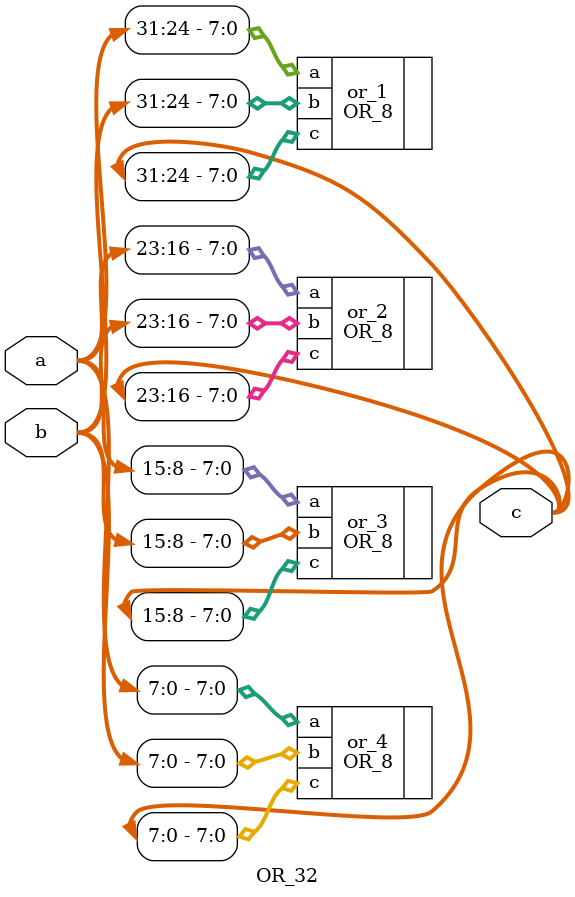
<source format=v>
`timescale 1ns / 1ps

module OR_32(
		input [31:0] a,
		input [31:0] b,
		output [31:0] c
    );
    OR_8 or_1 (.a(a[31:24]) , .b(b[31:24]) , .c(c[31:24]));
    OR_8 or_2 (.a(a[23:16]) , .b(b[23:16]) , .c(c[23:16]));
    OR_8 or_3 (.a(a[15:8]) , .b(b[15:8]) , .c(c[15:8]));
    OR_8 or_4 (.a(a[7:0]) , .b(b[7:0]) , .c(c[7:0]));

endmodule
</source>
